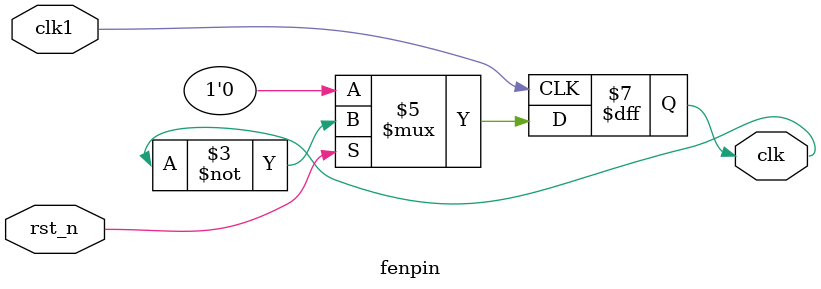
<source format=v>
`timescale 1ns / 1ps

//这是第二个文件。
module fenpin(
     input  clk1,
      input rst_n,
     output clk
    );
    
    reg clk;
    always@(posedge clk1)
      begin
          if(!rst_n)
             clk=0;
          else
             clk=~clk;
      end
      
      

endmodule
       
</source>
